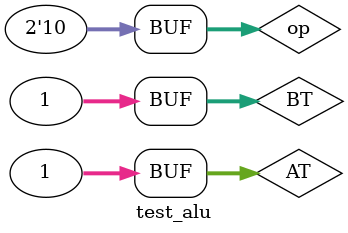
<source format=v>
module test_alu();
reg [31:0]AT, BT;
reg [1:0]op;
wire [31:0] resultT;
wire [2:0]flags;
alu test (AT,BT,op,resultT,flags);
initial
begin	
 $monitor("Time %0d opc=%h A=%h B=%h result==%h,Zero_flag ==%b,Carry_flag ==%b,Overflow_flag ==%b ",$time,op,AT,BT,resultT,flags[0],flags[1],flags[2]);
     op = 2'b00; AT = 32'h00000002; BT = 32'h00000003;  
     #5ns op = 2'b01; AT = 32'h00000001; BT = 32'h00000003; 
	 #5ns op = 2'b10; AT = 32'h00000001; BT = 32'h00000001; 

																			 
end
endmodule

</source>
